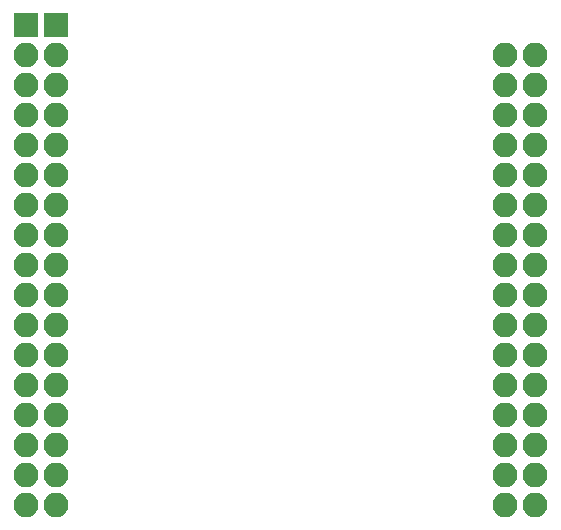
<source format=gbs>
G04 #@! TF.FileFunction,Soldermask,Bot*
%FSLAX46Y46*%
G04 Gerber Fmt 4.6, Leading zero omitted, Abs format (unit mm)*
G04 Created by KiCad (PCBNEW 4.0.6-e0-6349~52~ubuntu16.10.1) date Fri Apr 21 00:28:44 2017*
%MOMM*%
%LPD*%
G01*
G04 APERTURE LIST*
%ADD10C,0.100000*%
%ADD11R,2.100000X2.100000*%
%ADD12O,2.100000X2.100000*%
G04 APERTURE END LIST*
D10*
D11*
X149860000Y-71120000D03*
D12*
X149860000Y-73660000D03*
X149860000Y-76200000D03*
X149860000Y-78740000D03*
X149860000Y-81280000D03*
X149860000Y-83820000D03*
X149860000Y-86360000D03*
X149860000Y-88900000D03*
X149860000Y-91440000D03*
X149860000Y-93980000D03*
X149860000Y-96520000D03*
X149860000Y-99060000D03*
X149860000Y-101600000D03*
X149860000Y-104140000D03*
X149860000Y-106680000D03*
X149860000Y-109220000D03*
X149860000Y-111760000D03*
X192976500Y-73660000D03*
X192976500Y-76200000D03*
X192976500Y-78740000D03*
X192976500Y-81280000D03*
X192976500Y-83820000D03*
X192976500Y-86360000D03*
X192976500Y-88900000D03*
X192976500Y-91440000D03*
X192976500Y-93980000D03*
X192976500Y-96520000D03*
X192976500Y-99060000D03*
X192976500Y-101600000D03*
X192976500Y-104140000D03*
X192976500Y-106680000D03*
X192976500Y-109220000D03*
X192976500Y-111760000D03*
D11*
X152425400Y-71120000D03*
D12*
X152425400Y-73660000D03*
X152425400Y-76200000D03*
X152425400Y-78740000D03*
X152425400Y-81280000D03*
X152425400Y-83820000D03*
X152425400Y-86360000D03*
X152425400Y-88900000D03*
X152425400Y-91440000D03*
X152425400Y-93980000D03*
X152425400Y-96520000D03*
X152425400Y-99060000D03*
X152425400Y-101600000D03*
X152425400Y-104140000D03*
X152425400Y-106680000D03*
X152425400Y-109220000D03*
X152425400Y-111760000D03*
X190423800Y-73660000D03*
X190423800Y-76200000D03*
X190423800Y-78740000D03*
X190423800Y-81280000D03*
X190423800Y-83820000D03*
X190423800Y-86360000D03*
X190423800Y-88900000D03*
X190423800Y-91440000D03*
X190423800Y-93980000D03*
X190423800Y-96520000D03*
X190423800Y-99060000D03*
X190423800Y-101600000D03*
X190423800Y-104140000D03*
X190423800Y-106680000D03*
X190423800Y-109220000D03*
X190423800Y-111760000D03*
M02*

</source>
